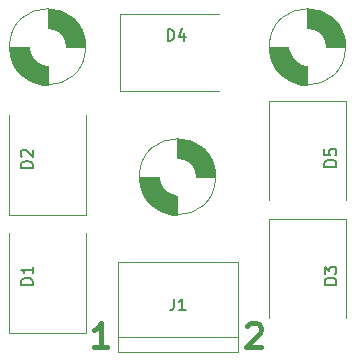
<source format=gto>
G04 #@! TF.GenerationSoftware,KiCad,Pcbnew,6.0.9-8da3e8f707~116~ubuntu20.04.1*
G04 #@! TF.CreationDate,2023-03-23T19:36:49+00:00*
G04 #@! TF.ProjectId,LEC001021,4c454330-3031-4303-9231-2e6b69636164,rev?*
G04 #@! TF.SameCoordinates,Original*
G04 #@! TF.FileFunction,Legend,Top*
G04 #@! TF.FilePolarity,Positive*
%FSLAX46Y46*%
G04 Gerber Fmt 4.6, Leading zero omitted, Abs format (unit mm)*
G04 Created by KiCad (PCBNEW 6.0.9-8da3e8f707~116~ubuntu20.04.1) date 2023-03-23 19:36:49*
%MOMM*%
%LPD*%
G01*
G04 APERTURE LIST*
%ADD10C,0.400000*%
%ADD11C,0.150000*%
%ADD12C,0.120000*%
%ADD13C,0.010000*%
G04 APERTURE END LIST*
D10*
X9071428Y-29404761D02*
X7928571Y-29404761D01*
X8500000Y-29404761D02*
X8500000Y-27404761D01*
X8309523Y-27690476D01*
X8119047Y-27880952D01*
X7928571Y-27976190D01*
X20928571Y-27595238D02*
X21023809Y-27500000D01*
X21214285Y-27404761D01*
X21690476Y-27404761D01*
X21880952Y-27500000D01*
X21976190Y-27595238D01*
X22071428Y-27785714D01*
X22071428Y-27976190D01*
X21976190Y-28261904D01*
X20833333Y-29404761D01*
X22071428Y-29404761D01*
D11*
G04 #@! TO.C,J1*
X14706666Y-25312380D02*
X14706666Y-26026666D01*
X14659047Y-26169523D01*
X14563809Y-26264761D01*
X14420952Y-26312380D01*
X14325714Y-26312380D01*
X15706666Y-26312380D02*
X15135238Y-26312380D01*
X15420952Y-26312380D02*
X15420952Y-25312380D01*
X15325714Y-25455238D01*
X15230476Y-25550476D01*
X15135238Y-25598095D01*
G04 #@! TO.C,D1*
X2738380Y-24138095D02*
X1738380Y-24138095D01*
X1738380Y-23900000D01*
X1786000Y-23757142D01*
X1881238Y-23661904D01*
X1976476Y-23614285D01*
X2166952Y-23566666D01*
X2309809Y-23566666D01*
X2500285Y-23614285D01*
X2595523Y-23661904D01*
X2690761Y-23757142D01*
X2738380Y-23900000D01*
X2738380Y-24138095D01*
X2738380Y-22614285D02*
X2738380Y-23185714D01*
X2738380Y-22900000D02*
X1738380Y-22900000D01*
X1881238Y-22995238D01*
X1976476Y-23090476D01*
X2024095Y-23185714D01*
G04 #@! TO.C,D2*
X2738380Y-14238095D02*
X1738380Y-14238095D01*
X1738380Y-14000000D01*
X1786000Y-13857142D01*
X1881238Y-13761904D01*
X1976476Y-13714285D01*
X2166952Y-13666666D01*
X2309809Y-13666666D01*
X2500285Y-13714285D01*
X2595523Y-13761904D01*
X2690761Y-13857142D01*
X2738380Y-14000000D01*
X2738380Y-14238095D01*
X1833619Y-13285714D02*
X1786000Y-13238095D01*
X1738380Y-13142857D01*
X1738380Y-12904761D01*
X1786000Y-12809523D01*
X1833619Y-12761904D01*
X1928857Y-12714285D01*
X2024095Y-12714285D01*
X2166952Y-12761904D01*
X2738380Y-13333333D01*
X2738380Y-12714285D01*
G04 #@! TO.C,D4*
X14161904Y-3492380D02*
X14161904Y-2492380D01*
X14400000Y-2492380D01*
X14542857Y-2540000D01*
X14638095Y-2635238D01*
X14685714Y-2730476D01*
X14733333Y-2920952D01*
X14733333Y-3063809D01*
X14685714Y-3254285D01*
X14638095Y-3349523D01*
X14542857Y-3444761D01*
X14400000Y-3492380D01*
X14161904Y-3492380D01*
X15590476Y-2825714D02*
X15590476Y-3492380D01*
X15352380Y-2444761D02*
X15114285Y-3159047D01*
X15733333Y-3159047D01*
G04 #@! TO.C,D5*
X28443780Y-14138095D02*
X27443780Y-14138095D01*
X27443780Y-13900000D01*
X27491400Y-13757142D01*
X27586638Y-13661904D01*
X27681876Y-13614285D01*
X27872352Y-13566666D01*
X28015209Y-13566666D01*
X28205685Y-13614285D01*
X28300923Y-13661904D01*
X28396161Y-13757142D01*
X28443780Y-13900000D01*
X28443780Y-14138095D01*
X27443780Y-12661904D02*
X27443780Y-13138095D01*
X27919971Y-13185714D01*
X27872352Y-13138095D01*
X27824733Y-13042857D01*
X27824733Y-12804761D01*
X27872352Y-12709523D01*
X27919971Y-12661904D01*
X28015209Y-12614285D01*
X28253304Y-12614285D01*
X28348542Y-12661904D01*
X28396161Y-12709523D01*
X28443780Y-12804761D01*
X28443780Y-13042857D01*
X28396161Y-13138095D01*
X28348542Y-13185714D01*
G04 #@! TO.C,D3*
X28452380Y-24138095D02*
X27452380Y-24138095D01*
X27452380Y-23900000D01*
X27500000Y-23757142D01*
X27595238Y-23661904D01*
X27690476Y-23614285D01*
X27880952Y-23566666D01*
X28023809Y-23566666D01*
X28214285Y-23614285D01*
X28309523Y-23661904D01*
X28404761Y-23757142D01*
X28452380Y-23900000D01*
X28452380Y-24138095D01*
X27452380Y-23233333D02*
X27452380Y-22614285D01*
X27833333Y-22947619D01*
X27833333Y-22804761D01*
X27880952Y-22709523D01*
X27928571Y-22661904D01*
X28023809Y-22614285D01*
X28261904Y-22614285D01*
X28357142Y-22661904D01*
X28404761Y-22709523D01*
X28452380Y-22804761D01*
X28452380Y-23090476D01*
X28404761Y-23185714D01*
X28357142Y-23233333D01*
D12*
G04 #@! TO.C,H2*
X7224903Y-4000000D02*
G75*
G03*
X7224903Y-4000000I-3224903J0D01*
G01*
G36*
X2400000Y-4100000D02*
G01*
X2500000Y-4500000D01*
X2700000Y-4900000D01*
X3100000Y-5300000D01*
X3500000Y-5500000D01*
X3900000Y-5600000D01*
X4000000Y-5600000D01*
X4000000Y-7224903D01*
X3500000Y-7200000D01*
X2500000Y-6900000D01*
X1700000Y-6300000D01*
X1200000Y-5600000D01*
X900000Y-4900000D01*
X800000Y-4500000D01*
X800000Y-4000000D01*
X2400000Y-4000000D01*
X2400000Y-4100000D01*
G37*
D13*
X2400000Y-4100000D02*
X2500000Y-4500000D01*
X2700000Y-4900000D01*
X3100000Y-5300000D01*
X3500000Y-5500000D01*
X3900000Y-5600000D01*
X4000000Y-5600000D01*
X4000000Y-7224903D01*
X3500000Y-7200000D01*
X2500000Y-6900000D01*
X1700000Y-6300000D01*
X1200000Y-5600000D01*
X900000Y-4900000D01*
X800000Y-4500000D01*
X800000Y-4000000D01*
X2400000Y-4000000D01*
X2400000Y-4100000D01*
G36*
X4500000Y-800000D02*
G01*
X5500000Y-1100000D01*
X6300000Y-1700000D01*
X6800000Y-2400000D01*
X7100000Y-3100000D01*
X7200000Y-3500000D01*
X7200000Y-4000000D01*
X5600000Y-4000000D01*
X5600000Y-3900000D01*
X5500000Y-3500000D01*
X5300000Y-3100000D01*
X4900000Y-2700000D01*
X4500000Y-2500000D01*
X4100000Y-2400000D01*
X4000000Y-2400000D01*
X4000000Y-775097D01*
X4500000Y-800000D01*
G37*
X4500000Y-800000D02*
X5500000Y-1100000D01*
X6300000Y-1700000D01*
X6800000Y-2400000D01*
X7100000Y-3100000D01*
X7200000Y-3500000D01*
X7200000Y-4000000D01*
X5600000Y-4000000D01*
X5600000Y-3900000D01*
X5500000Y-3500000D01*
X5300000Y-3100000D01*
X4900000Y-2700000D01*
X4500000Y-2500000D01*
X4100000Y-2400000D01*
X4000000Y-2400000D01*
X4000000Y-775097D01*
X4500000Y-800000D01*
D12*
G04 #@! TO.C,J1*
X20120000Y-28540000D02*
X9960000Y-28540000D01*
X9960000Y-29810000D02*
X20120000Y-29810000D01*
X20120000Y-29810000D02*
X20120000Y-22190000D01*
X9960000Y-22190000D02*
X9960000Y-29810000D01*
X20120000Y-22190000D02*
X9960000Y-22190000D01*
G04 #@! TO.C,D1*
X7250000Y-28200000D02*
X750000Y-28200000D01*
X750000Y-28200000D02*
X750000Y-19800000D01*
X7250000Y-28200000D02*
X7250000Y-19800000D01*
G04 #@! TO.C,D2*
X750000Y-18200000D02*
X750000Y-9800000D01*
X7250000Y-18200000D02*
X750000Y-18200000D01*
X7250000Y-18200000D02*
X7250000Y-9800000D01*
G04 #@! TO.C,D4*
X10100000Y-7750000D02*
X10100000Y-1250000D01*
X10100000Y-1250000D02*
X18500000Y-1250000D01*
X10100000Y-7750000D02*
X18500000Y-7750000D01*
G04 #@! TO.C,D5*
X22750000Y-8600000D02*
X29250000Y-8600000D01*
X22750000Y-8600000D02*
X22750000Y-17000000D01*
X29250000Y-8600000D02*
X29250000Y-17000000D01*
G04 #@! TO.C,D3*
X22750000Y-18600000D02*
X22750000Y-27000000D01*
X29250000Y-18600000D02*
X29250000Y-27000000D01*
X22750000Y-18600000D02*
X29250000Y-18600000D01*
G04 #@! TO.C,H3*
X29224903Y-4000000D02*
G75*
G03*
X29224903Y-4000000I-3224903J0D01*
G01*
G36*
X26500000Y-800000D02*
G01*
X27500000Y-1100000D01*
X28300000Y-1700000D01*
X28800000Y-2400000D01*
X29100000Y-3100000D01*
X29200000Y-3500000D01*
X29200000Y-4000000D01*
X27600000Y-4000000D01*
X27600000Y-3900000D01*
X27500000Y-3500000D01*
X27300000Y-3100000D01*
X26900000Y-2700000D01*
X26500000Y-2500000D01*
X26100000Y-2400000D01*
X26000000Y-2400000D01*
X26000000Y-775097D01*
X26500000Y-800000D01*
G37*
D13*
X26500000Y-800000D02*
X27500000Y-1100000D01*
X28300000Y-1700000D01*
X28800000Y-2400000D01*
X29100000Y-3100000D01*
X29200000Y-3500000D01*
X29200000Y-4000000D01*
X27600000Y-4000000D01*
X27600000Y-3900000D01*
X27500000Y-3500000D01*
X27300000Y-3100000D01*
X26900000Y-2700000D01*
X26500000Y-2500000D01*
X26100000Y-2400000D01*
X26000000Y-2400000D01*
X26000000Y-775097D01*
X26500000Y-800000D01*
G36*
X24400000Y-4100000D02*
G01*
X24500000Y-4500000D01*
X24700000Y-4900000D01*
X25100000Y-5300000D01*
X25500000Y-5500000D01*
X25900000Y-5600000D01*
X26000000Y-5600000D01*
X26000000Y-7224903D01*
X25500000Y-7200000D01*
X24500000Y-6900000D01*
X23700000Y-6300000D01*
X23200000Y-5600000D01*
X22900000Y-4900000D01*
X22800000Y-4500000D01*
X22800000Y-4000000D01*
X24400000Y-4000000D01*
X24400000Y-4100000D01*
G37*
X24400000Y-4100000D02*
X24500000Y-4500000D01*
X24700000Y-4900000D01*
X25100000Y-5300000D01*
X25500000Y-5500000D01*
X25900000Y-5600000D01*
X26000000Y-5600000D01*
X26000000Y-7224903D01*
X25500000Y-7200000D01*
X24500000Y-6900000D01*
X23700000Y-6300000D01*
X23200000Y-5600000D01*
X22900000Y-4900000D01*
X22800000Y-4500000D01*
X22800000Y-4000000D01*
X24400000Y-4000000D01*
X24400000Y-4100000D01*
D12*
G04 #@! TO.C,H1*
X18224903Y-15000000D02*
G75*
G03*
X18224903Y-15000000I-3224903J0D01*
G01*
G36*
X15500000Y-11800000D02*
G01*
X16500000Y-12100000D01*
X17300000Y-12700000D01*
X17800000Y-13400000D01*
X18100000Y-14100000D01*
X18200000Y-14500000D01*
X18200000Y-15000000D01*
X16600000Y-15000000D01*
X16600000Y-14900000D01*
X16500000Y-14500000D01*
X16300000Y-14100000D01*
X15900000Y-13700000D01*
X15500000Y-13500000D01*
X15100000Y-13400000D01*
X15000000Y-13400000D01*
X15000000Y-11775097D01*
X15500000Y-11800000D01*
G37*
D13*
X15500000Y-11800000D02*
X16500000Y-12100000D01*
X17300000Y-12700000D01*
X17800000Y-13400000D01*
X18100000Y-14100000D01*
X18200000Y-14500000D01*
X18200000Y-15000000D01*
X16600000Y-15000000D01*
X16600000Y-14900000D01*
X16500000Y-14500000D01*
X16300000Y-14100000D01*
X15900000Y-13700000D01*
X15500000Y-13500000D01*
X15100000Y-13400000D01*
X15000000Y-13400000D01*
X15000000Y-11775097D01*
X15500000Y-11800000D01*
G36*
X13400000Y-15100000D02*
G01*
X13500000Y-15500000D01*
X13700000Y-15900000D01*
X14100000Y-16300000D01*
X14500000Y-16500000D01*
X14900000Y-16600000D01*
X15000000Y-16600000D01*
X15000000Y-18224903D01*
X14500000Y-18200000D01*
X13500000Y-17900000D01*
X12700000Y-17300000D01*
X12200000Y-16600000D01*
X11900000Y-15900000D01*
X11800000Y-15500000D01*
X11800000Y-15000000D01*
X13400000Y-15000000D01*
X13400000Y-15100000D01*
G37*
X13400000Y-15100000D02*
X13500000Y-15500000D01*
X13700000Y-15900000D01*
X14100000Y-16300000D01*
X14500000Y-16500000D01*
X14900000Y-16600000D01*
X15000000Y-16600000D01*
X15000000Y-18224903D01*
X14500000Y-18200000D01*
X13500000Y-17900000D01*
X12700000Y-17300000D01*
X12200000Y-16600000D01*
X11900000Y-15900000D01*
X11800000Y-15500000D01*
X11800000Y-15000000D01*
X13400000Y-15000000D01*
X13400000Y-15100000D01*
G04 #@! TD*
M02*

</source>
